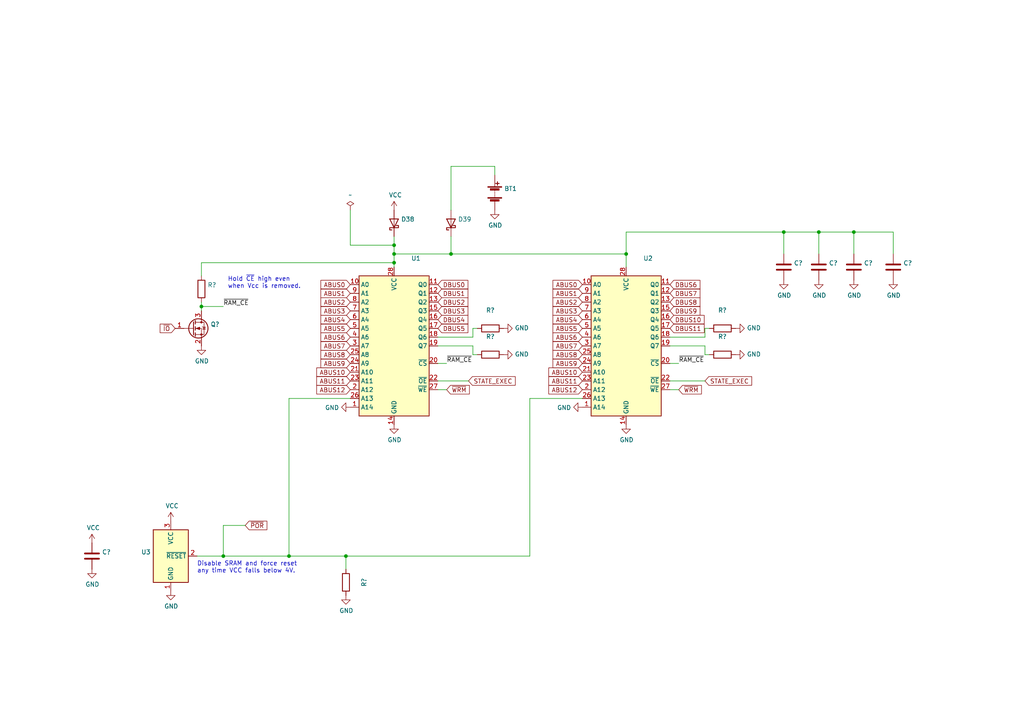
<source format=kicad_sch>
(kicad_sch (version 20211123) (generator eeschema)
  (paper "A4")
  (title_block (title "Q2 Computer") (date "2022-04-16") (rev "4c") (company "joewing.net"))
  (lib_symbols
    (symbol "Device:Battery" (pin_numbers hide) (pin_names (offset 0) hide)
      (property "Reference" "BT" (at 2.54 2.54 0))
      (property "Value" "Battery" (at 2.54 0 0))
      (symbol "Battery_0_1"
        (rectangle (start -2.032 -1.397) (end 2.032 -1.651) (fill (type outline)))
        (rectangle (start -2.032 1.778) (end 2.032 1.524) (fill (type outline)))
        (rectangle (start -1.3208 -1.9812) (end 1.27 -2.4892) (fill (type outline)))
        (rectangle (start -1.3208 1.1938) (end 1.27 0.6858) (fill (type outline)))
        (polyline (pts (xy 0 -1.524) (xy 0 -1.27)))
        (polyline (pts (xy 0 -1.016) (xy 0 -0.762)))
        (polyline (pts (xy 0 -0.508) (xy 0 -0.254)))
        (polyline (pts (xy 0 0) (xy 0 0.254)))
        (polyline (pts (xy 0 0.508) (xy 0 0.762)))
        (polyline (pts (xy 0 1.778) (xy 0 2.54)))
        (polyline (pts (xy 0.254 2.667) (xy 1.27 2.667)) (stroke (width 0.254)))
        (polyline (pts (xy 0.762 3.175) (xy 0.762 2.159)) (stroke (width 0.254)))
      )
      (symbol "Battery_1_1"
        (pin passive line (at 0 5.08 270) (length 2.54) (name "+") (number "1"))
        (pin passive line (at 0 -5.08 90) (length 2.54) (name "-") (number "2"))
      )
    )
    (symbol "Device:C" (pin_numbers hide) (pin_names (offset 0.254))
      (property "Reference" "C" (at 0.635 2.54 0))
      (property "Value" "C" (at 0.635 -2.54 0))
      (symbol "C_0_1"
        (polyline (pts (xy -2.032 -0.762) (xy 2.032 -0.762)) (stroke (width 0.508)))
        (polyline (pts (xy -2.032 0.762) (xy 2.032 0.762)) (stroke (width 0.508)))
      )
      (symbol "C_1_1"
        (pin passive line (at 0 3.81 270) (length 2.794) (name "~") (number "1"))
        (pin passive line (at 0 -3.81 90) (length 2.794) (name "~") (number "2"))
      )
    )
    (symbol "Device:R" (pin_numbers hide) (pin_names (offset 0))
      (property "Reference" "R" (at 2.032 0 90))
      (property "Value" "R" (at 0 0 90))
      (symbol "R_0_1"
        (rectangle (start -1.016 -2.54) (end 1.016 2.54) (stroke (width 0.254)))
      )
      (symbol "R_1_1"
        (pin passive line (at 0 3.81 270) (length 1.27) (name "~") (number "1"))
        (pin passive line (at 0 -3.81 90) (length 1.27) (name "~") (number "2"))
      )
    )
    (symbol "Diode:BAT43W-V" (pin_numbers hide) (pin_names (offset 1.016) hide)
      (property "Reference" "D" (at 0 2.54 0))
      (property "Value" "BAT43W-V" (at 0 -2.54 0))
      (symbol "BAT43W-V_0_1"
        (polyline (pts (xy 1.27 0) (xy -1.27 0)))
        (polyline (pts (xy 1.27 1.27) (xy 1.27 -1.27) (xy -1.27 0) (xy 1.27 1.27)) (stroke (width 0.254)))
        (polyline (pts (xy -1.905 0.635) (xy -1.905 1.27) (xy -1.27 1.27) (xy -1.27 -1.27) (xy -0.635 -1.27) (xy -0.635 -0.635)) (stroke (width 0.254)))
      )
      (symbol "BAT43W-V_1_1"
        (pin passive line (at -3.81 0 0) (length 2.54) (name "K") (number "1"))
        (pin passive line (at 3.81 0 180) (length 2.54) (name "A") (number "2"))
      )
    )
    (symbol "Memory_RAM:CY62256-70PC"
      (property "Reference" "U" (at -10.16 20.955 0))
      (property "Value" "CY62256-70PC" (at 2.54 20.955 0))
      (symbol "CY62256-70PC_0_0"
        (pin power_in line (at 0 -22.86 90) (length 2.54) (name "GND") (number "14"))
        (pin power_in line (at 0 22.86 270) (length 2.54) (name "VCC") (number "28"))
      )
      (symbol "CY62256-70PC_0_1"
        (rectangle (start -10.16 20.32) (end 10.16 -20.32) (stroke (width 0.254)) (fill (type background)))
      )
      (symbol "CY62256-70PC_1_1"
        (pin input line (at -12.7 -17.78 0) (length 2.54) (name "A14") (number "1"))
        (pin input line (at -12.7 17.78 0) (length 2.54) (name "A0") (number "10"))
        (pin tri_state line (at 12.7 17.78 180) (length 2.54) (name "Q0") (number "11"))
        (pin tri_state line (at 12.7 15.24 180) (length 2.54) (name "Q1") (number "12"))
        (pin tri_state line (at 12.7 12.7 180) (length 2.54) (name "Q2") (number "13"))
        (pin tri_state line (at 12.7 10.16 180) (length 2.54) (name "Q3") (number "15"))
        (pin tri_state line (at 12.7 7.62 180) (length 2.54) (name "Q4") (number "16"))
        (pin tri_state line (at 12.7 5.08 180) (length 2.54) (name "Q5") (number "17"))
        (pin tri_state line (at 12.7 2.54 180) (length 2.54) (name "Q6") (number "18"))
        (pin tri_state line (at 12.7 0 180) (length 2.54) (name "Q7") (number "19"))
        (pin input line (at -12.7 -12.7 0) (length 2.54) (name "A12") (number "2"))
        (pin input line (at 12.7 -5.08 180) (length 2.54) (name "~{CS}") (number "20"))
        (pin input line (at -12.7 -7.62 0) (length 2.54) (name "A10") (number "21"))
        (pin input line (at 12.7 -10.16 180) (length 2.54) (name "~{OE}") (number "22"))
        (pin input line (at -12.7 -10.16 0) (length 2.54) (name "A11") (number "23"))
        (pin input line (at -12.7 -5.08 0) (length 2.54) (name "A9") (number "24"))
        (pin input line (at -12.7 -2.54 0) (length 2.54) (name "A8") (number "25"))
        (pin input line (at -12.7 -15.24 0) (length 2.54) (name "A13") (number "26"))
        (pin input line (at 12.7 -12.7 180) (length 2.54) (name "~{WE}") (number "27"))
        (pin input line (at -12.7 0 0) (length 2.54) (name "A7") (number "3"))
        (pin input line (at -12.7 2.54 0) (length 2.54) (name "A6") (number "4"))
        (pin input line (at -12.7 5.08 0) (length 2.54) (name "A5") (number "5"))
        (pin input line (at -12.7 7.62 0) (length 2.54) (name "A4") (number "6"))
        (pin input line (at -12.7 10.16 0) (length 2.54) (name "A3") (number "7"))
        (pin input line (at -12.7 12.7 0) (length 2.54) (name "A2") (number "8"))
        (pin input line (at -12.7 15.24 0) (length 2.54) (name "A1") (number "9"))
      )
    )
    (symbol "Power_Supervisor:LM809"
      (property "Reference" "U" (at 2.54 12.7 0))
      (property "Value" "LM809" (at 5.08 10.16 0))
      (symbol "LM809_0_1"
        (rectangle (start 5.08 7.62) (end -5.08 -7.62) (stroke (width 0.254)) (fill (type background)))
      )
      (symbol "LM809_1_1"
        (pin power_in line (at 0 -10.16 90) (length 2.54) (name "GND") (number "1"))
        (pin output line (at 7.62 0 180) (length 2.54) (name "~{RESET}") (number "2"))
        (pin power_in line (at 0 10.16 270) (length 2.54) (name "VCC") (number "3"))
      )
    )
    (symbol "Transistor_FET:2N7002" (pin_names hide)
      (property "Reference" "Q" (at 5.08 1.905 0))
      (property "Value" "2N7002" (at 5.08 0 0))
      (symbol "2N7002_0_1"
        (polyline (pts (xy 0.254 0) (xy -2.54 0)))
        (polyline (pts (xy 0.254 1.905) (xy 0.254 -1.905)) (stroke (width 0.254)))
        (polyline (pts (xy 0.762 -1.27) (xy 0.762 -2.286)) (stroke (width 0.254)))
        (polyline (pts (xy 0.762 0.508) (xy 0.762 -0.508)) (stroke (width 0.254)))
        (polyline (pts (xy 0.762 2.286) (xy 0.762 1.27)) (stroke (width 0.254)))
        (polyline (pts (xy 2.54 2.54) (xy 2.54 1.778)))
        (polyline (pts (xy 2.54 -2.54) (xy 2.54 0) (xy 0.762 0)))
        (polyline (pts (xy 0.762 -1.778) (xy 3.302 -1.778) (xy 3.302 1.778) (xy 0.762 1.778)))
        (polyline (pts (xy 1.016 0) (xy 2.032 0.381) (xy 2.032 -0.381) (xy 1.016 0)) (fill (type outline)))
        (polyline (pts (xy 2.794 0.508) (xy 2.921 0.381) (xy 3.683 0.381) (xy 3.81 0.254)))
        (polyline (pts (xy 3.302 0.381) (xy 2.921 -0.254) (xy 3.683 -0.254) (xy 3.302 0.381)))
        (circle (center 1.651 0) (radius 2.794) (stroke (width 0.254)))
        (circle (center 2.54 -1.778) (radius 0.254) (fill (type outline)))
        (circle (center 2.54 1.778) (radius 0.254) (fill (type outline)))
      )
      (symbol "2N7002_1_1"
        (pin input line (at -5.08 0 0) (length 2.54) (name "G") (number "1"))
        (pin passive line (at 2.54 -5.08 90) (length 2.54) (name "S") (number "2"))
        (pin passive line (at 2.54 5.08 270) (length 2.54) (name "D") (number "3"))
      )
    )
    (symbol "power:GND" (power) (pin_names (offset 0))
      (property "Value" "GND" (at 0 -3.81 0))
      (symbol "GND_0_1"
        (polyline (pts (xy 0 0) (xy 0 -1.27) (xy 1.27 -1.27) (xy 0 -2.54) (xy -1.27 -1.27) (xy 0 -1.27)))
      )
      (symbol "GND_1_1"
        (pin power_in line (at 0 0 270) (length 0) hide (name "GND") (number "1"))
      )
    )
    (symbol "power:PWR_FLAG" (power) (pin_numbers hide) (pin_names (offset 0) hide)
      (property "Value" "PWR_FLAG" (at 0 3.81 0))
      (symbol "PWR_FLAG_0_0"
        (pin power_out line (at 0 0 90) (length 0) (name "pwr") (number "1"))
      )
      (symbol "PWR_FLAG_0_1"
        (polyline (pts (xy 0 0) (xy 0 1.27) (xy -1.016 1.905) (xy 0 2.54) (xy 1.016 1.905) (xy 0 1.27)))
      )
    )
    (symbol "power:VCC" (power) (pin_names (offset 0))
      (property "Value" "VCC" (at 0 3.81 0))
      (symbol "VCC_0_1"
        (polyline (pts (xy -0.762 1.27) (xy 0 2.54)))
        (polyline (pts (xy 0 0) (xy 0 2.54)))
        (polyline (pts (xy 0 2.54) (xy 0.762 1.27)))
      )
      (symbol "VCC_1_1"
        (pin power_in line (at 0 0 90) (length 0) hide (name "VCC") (number "1"))
      )
    )
  )
  (junction (at 247.65 67.31))
  (junction (at 130.81 73.66))
  (junction (at 114.3 73.66))
  (junction (at 58.42 88.9))
  (junction (at 100.33 161.29))
  (junction (at 64.77 161.29))
  (junction (at 83.82 161.29))
  (junction (at 237.49 67.31))
  (junction (at 114.3 76.2))
  (junction (at 181.61 73.66))
  (junction (at 114.3 71.12))
  (junction (at 227.33 67.31))
  (wire (pts (xy 101.6 60.96) (xy 101.6 71.12)))
  (wire (pts (xy 127 110.49) (xy 135.89 110.49)))
  (wire (pts (xy 204.47 102.87) (xy 204.47 100.33)))
  (wire (pts (xy 129.54 113.03) (xy 127 113.03)))
  (wire (pts (xy 64.77 88.9) (xy 58.42 88.9)))
  (wire (pts (xy 58.42 88.9) (xy 58.42 90.17)))
  (wire (pts (xy 137.16 100.33) (xy 127 100.33)))
  (wire (pts (xy 127 97.79) (xy 137.16 97.79)))
  (wire (pts (xy 58.42 80.01) (xy 58.42 76.2)))
  (wire (pts (xy 259.08 67.31) (xy 259.08 73.66)))
  (wire (pts (xy 259.08 67.31) (xy 247.65 67.31)))
  (wire (pts (xy 83.82 161.29) (xy 100.33 161.29)))
  (wire (pts (xy 194.31 97.79) (xy 204.47 97.79)))
  (wire (pts (xy 114.3 71.12) (xy 114.3 73.66)))
  (wire (pts (xy 64.77 161.29) (xy 83.82 161.29)))
  (wire (pts (xy 130.81 48.26) (xy 130.81 60.96)))
  (wire (pts (xy 137.16 102.87) (xy 137.16 100.33)))
  (wire (pts (xy 137.16 97.79) (xy 137.16 95.25)))
  (wire (pts (xy 181.61 73.66) (xy 181.61 67.31)))
  (wire (pts (xy 143.51 48.26) (xy 130.81 48.26)))
  (wire (pts (xy 137.16 95.25) (xy 138.43 95.25)))
  (wire (pts (xy 114.3 68.58) (xy 114.3 71.12)))
  (wire (pts (xy 237.49 67.31) (xy 247.65 67.31)))
  (wire (pts (xy 153.67 115.57) (xy 168.91 115.57)))
  (wire (pts (xy 100.33 161.29) (xy 153.67 161.29)))
  (wire (pts (xy 204.47 95.25) (xy 205.74 95.25)))
  (wire (pts (xy 130.81 68.58) (xy 130.81 73.66)))
  (wire (pts (xy 181.61 73.66) (xy 130.81 73.66)))
  (wire (pts (xy 227.33 67.31) (xy 237.49 67.31)))
  (wire (pts (xy 114.3 73.66) (xy 114.3 76.2)))
  (wire (pts (xy 83.82 115.57) (xy 101.6 115.57)))
  (wire (pts (xy 100.33 165.1) (xy 100.33 161.29)))
  (wire (pts (xy 204.47 100.33) (xy 194.31 100.33)))
  (wire (pts (xy 181.61 77.47) (xy 181.61 73.66)))
  (wire (pts (xy 153.67 161.29) (xy 153.67 115.57)))
  (wire (pts (xy 196.85 113.03) (xy 194.31 113.03)))
  (wire (pts (xy 129.54 105.41) (xy 127 105.41)))
  (wire (pts (xy 205.74 102.87) (xy 204.47 102.87)))
  (wire (pts (xy 71.12 152.4) (xy 64.77 152.4)))
  (wire (pts (xy 227.33 67.31) (xy 227.33 73.66)))
  (wire (pts (xy 143.51 50.8) (xy 143.51 48.26)))
  (wire (pts (xy 83.82 161.29) (xy 83.82 115.57)))
  (wire (pts (xy 58.42 87.63) (xy 58.42 88.9)))
  (wire (pts (xy 204.47 97.79) (xy 204.47 95.25)))
  (wire (pts (xy 138.43 102.87) (xy 137.16 102.87)))
  (wire (pts (xy 194.31 110.49) (xy 204.47 110.49)))
  (wire (pts (xy 101.6 71.12) (xy 114.3 71.12)))
  (wire (pts (xy 64.77 152.4) (xy 64.77 161.29)))
  (wire (pts (xy 114.3 76.2) (xy 114.3 77.47)))
  (wire (pts (xy 196.85 105.41) (xy 194.31 105.41)))
  (wire (pts (xy 181.61 67.31) (xy 227.33 67.31)))
  (wire (pts (xy 237.49 73.66) (xy 237.49 67.31)))
  (wire (pts (xy 247.65 67.31) (xy 247.65 73.66)))
  (wire (pts (xy 130.81 73.66) (xy 114.3 73.66)))
  (wire (pts (xy 57.15 161.29) (xy 64.77 161.29)))
  (wire (pts (xy 58.42 76.2) (xy 114.3 76.2)))
  (text "Disable SRAM and force reset\nany time VCC falls below 4V." (at 57.15 166.37 0) (effects (font (size 1.27 1.27)) (justify left bottom)))
  (text "Hold ~{CE} high even\nwhen Vcc is removed." (at 66.04 83.82 0) (effects (font (size 1.27 1.27)) (justify left bottom)))
  (label "~{RAM_CE}" (at 64.77 88.9 0))
  (label "~{RAM_CE}" (at 196.85 105.41 0))
  (label "~{RAM_CE}" (at 129.54 105.41 0))
  (global_label "ABUS1" (shape input) (at 101.6 85.09 180) (property "Intersheet References" "${INTERSHEET_REFS}" (effects hide)))
  (global_label "ABUS11" (shape input) (at 101.6 110.49 180) (property "Intersheet References" "${INTERSHEET_REFS}" (effects hide)))
  (global_label "DBUS2" (shape input) (at 127 87.63 0) (property "Intersheet References" "${INTERSHEET_REFS}" (effects hide)))
  (global_label "STATE_EXEC" (shape input) (at 135.89 110.49 0) (property "Intersheet References" "${INTERSHEET_REFS}" (effects hide)))
  (global_label "ABUS3" (shape input) (at 168.91 90.17 180) (property "Intersheet References" "${INTERSHEET_REFS}" (effects hide)))
  (global_label "DBUS7" (shape input) (at 194.31 85.09 0) (property "Intersheet References" "${INTERSHEET_REFS}" (effects hide)))
  (global_label "ABUS5" (shape input) (at 168.91 95.25 180) (property "Intersheet References" "${INTERSHEET_REFS}" (effects hide)))
  (global_label "~{POR}" (shape input) (at 71.12 152.4 0) (property "Intersheet References" "${INTERSHEET_REFS}" (effects hide)))
  (global_label "DBUS6" (shape input) (at 194.31 82.55 0) (property "Intersheet References" "${INTERSHEET_REFS}" (effects hide)))
  (global_label "ABUS4" (shape input) (at 101.6 92.71 180) (property "Intersheet References" "${INTERSHEET_REFS}" (effects hide)))
  (global_label "~{IO}" (shape input) (at 50.8 95.25 180) (property "Intersheet References" "${INTERSHEET_REFS}" (effects hide)))
  (global_label "ABUS7" (shape input) (at 168.91 100.33 180) (property "Intersheet References" "${INTERSHEET_REFS}" (effects hide)))
  (global_label "~{WRM}" (shape input) (at 129.54 113.03 0) (property "Intersheet References" "${INTERSHEET_REFS}" (effects hide)))
  (global_label "~{WRM}" (shape input) (at 196.85 113.03 0) (property "Intersheet References" "${INTERSHEET_REFS}" (effects hide)))
  (global_label "ABUS6" (shape input) (at 101.6 97.79 180) (property "Intersheet References" "${INTERSHEET_REFS}" (effects hide)))
  (global_label "STATE_EXEC" (shape input) (at 204.47 110.49 0) (property "Intersheet References" "${INTERSHEET_REFS}" (effects hide)))
  (global_label "DBUS1" (shape input) (at 127 85.09 0) (property "Intersheet References" "${INTERSHEET_REFS}" (effects hide)))
  (global_label "ABUS10" (shape input) (at 101.6 107.95 180) (property "Intersheet References" "${INTERSHEET_REFS}" (effects hide)))
  (global_label "ABUS10" (shape input) (at 168.91 107.95 180) (property "Intersheet References" "${INTERSHEET_REFS}" (effects hide)))
  (global_label "DBUS3" (shape input) (at 127 90.17 0) (property "Intersheet References" "${INTERSHEET_REFS}" (effects hide)))
  (global_label "ABUS3" (shape input) (at 101.6 90.17 180) (property "Intersheet References" "${INTERSHEET_REFS}" (effects hide)))
  (global_label "ABUS9" (shape input) (at 168.91 105.41 180) (property "Intersheet References" "${INTERSHEET_REFS}" (effects hide)))
  (global_label "DBUS8" (shape input) (at 194.31 87.63 0) (property "Intersheet References" "${INTERSHEET_REFS}" (effects hide)))
  (global_label "DBUS0" (shape input) (at 127 82.55 0) (property "Intersheet References" "${INTERSHEET_REFS}" (effects hide)))
  (global_label "ABUS2" (shape input) (at 168.91 87.63 180) (property "Intersheet References" "${INTERSHEET_REFS}" (effects hide)))
  (global_label "ABUS1" (shape input) (at 168.91 85.09 180) (property "Intersheet References" "${INTERSHEET_REFS}" (effects hide)))
  (global_label "ABUS6" (shape input) (at 168.91 97.79 180) (property "Intersheet References" "${INTERSHEET_REFS}" (effects hide)))
  (global_label "ABUS8" (shape input) (at 168.91 102.87 180) (property "Intersheet References" "${INTERSHEET_REFS}" (effects hide)))
  (global_label "DBUS11" (shape input) (at 194.31 95.25 0) (property "Intersheet References" "${INTERSHEET_REFS}" (effects hide)))
  (global_label "ABUS0" (shape input) (at 168.91 82.55 180) (property "Intersheet References" "${INTERSHEET_REFS}" (effects hide)))
  (global_label "DBUS9" (shape input) (at 194.31 90.17 0) (property "Intersheet References" "${INTERSHEET_REFS}" (effects hide)))
  (global_label "ABUS8" (shape input) (at 101.6 102.87 180) (property "Intersheet References" "${INTERSHEET_REFS}" (effects hide)))
  (global_label "ABUS11" (shape input) (at 168.91 110.49 180) (property "Intersheet References" "${INTERSHEET_REFS}" (effects hide)))
  (global_label "ABUS7" (shape input) (at 101.6 100.33 180) (property "Intersheet References" "${INTERSHEET_REFS}" (effects hide)))
  (global_label "ABUS2" (shape input) (at 101.6 87.63 180) (property "Intersheet References" "${INTERSHEET_REFS}" (effects hide)))
  (global_label "DBUS4" (shape input) (at 127 92.71 0) (property "Intersheet References" "${INTERSHEET_REFS}" (effects hide)))
  (global_label "DBUS5" (shape input) (at 127 95.25 0) (property "Intersheet References" "${INTERSHEET_REFS}" (effects hide)))
  (global_label "ABUS12" (shape input) (at 168.91 113.03 180) (property "Intersheet References" "${INTERSHEET_REFS}" (effects hide)))
  (global_label "ABUS0" (shape input) (at 101.6 82.55 180) (property "Intersheet References" "${INTERSHEET_REFS}" (effects hide)))
  (global_label "ABUS5" (shape input) (at 101.6 95.25 180) (property "Intersheet References" "${INTERSHEET_REFS}" (effects hide)))
  (global_label "ABUS9" (shape input) (at 101.6 105.41 180) (property "Intersheet References" "${INTERSHEET_REFS}" (effects hide)))
  (global_label "DBUS10" (shape input) (at 194.31 92.71 0) (property "Intersheet References" "${INTERSHEET_REFS}" (effects hide)))
  (global_label "ABUS4" (shape input) (at 168.91 92.71 180) (property "Intersheet References" "${INTERSHEET_REFS}" (effects hide)))
  (global_label "ABUS12" (shape input) (at 101.6 113.03 180) (property "Intersheet References" "${INTERSHEET_REFS}" (effects hide)))
  (symbol (lib_id "Memory_RAM:CY62256-70PC") (at 114.3 100.33 0) (unit 1)
    (property "Reference" "U1" (at 120.65 74.93 0))
    (property "LCSC" "C261872" (effects hide))
    (property "Manufacturer" "Lyontek Inc." (effects hide))
    (property "Part Number" "LY6264SL-70LLI" (effects hide))
    (property "Package" "SOP-28_330mil" (effects hide))
    (property "Type" "SMD" (effects hide))
  )
  (symbol (lib_id "power:GND") (at 114.3 123.19 0) (unit 1)
    (property "Reference" "#PWR0504" (effects hide))
  )
  (symbol (lib_id "Diode:BAT43W-V") (at 114.3 64.77 90) (unit 1)
    (property "Reference" "D38" (at 116.332 63.6016 90) (effects (justify right)))
    (property "LCSC" "C19167" (effects hide))
    (property "Manufacturer" "Changjiang Electronics Tech (CJ)" (effects hide))
    (property "Part Number" "BAT43W" (effects hide))
    (property "Package" "SOD-123" (effects hide))
    (property "Type" "SMD" (effects hide))
  )
  (symbol (lib_id "power:PWR_FLAG") (at 101.6 60.96 0) (unit 1)
    (property "Reference" "#FLG01" (effects hide))
  )
  (symbol (lib_id "Transistor_FET:2N7002") (at 55.88 95.25 0) (unit 1)
    (property "Reference" "Q?" (at 61.0616 94.0816 0) (effects (justify left)))
    (property "LCSC" "C181083" (effects hide))
    (property "Manufacturer" "Guangdong Hottech" (effects hide))
    (property "Part Number" "2N7002" (effects hide))
    (property "Package" "SOT-23" (effects hide))
    (property "Type" "SMD" (effects hide))
  )
  (symbol (lib_id "power:VCC") (at 114.3 60.96 0) (unit 1)
    (property "Reference" "#PWR0492" (effects hide))
  )
  (symbol (lib_id "Device:R") (at 142.24 95.25 270) (unit 1)
    (property "Reference" "R?" (at 142.24 89.9922 90))
    (property "LCSC" "C25803" (effects hide))
    (property "Manufacturer" "UNI-ROYAL(Uniroyal Elec)" (effects hide))
    (property "Part Number" "0603WAF1003T5E" (effects hide))
    (property "Package" "0603" (effects hide))
    (property "Type" "SMD" (effects hide))
  )
  (symbol (lib_id "Device:R") (at 142.24 102.87 270) (unit 1)
    (property "Reference" "R?" (at 142.24 97.6122 90))
    (property "LCSC" "C25803" (effects hide))
    (property "Manufacturer" "UNI-ROYAL(Uniroyal Elec)" (effects hide))
    (property "Part Number" "0603WAF1003T5E" (effects hide))
    (property "Package" "0603" (effects hide))
    (property "Type" "SMD" (effects hide))
  )
  (symbol (lib_id "power:GND") (at 146.05 95.25 90) (unit 1)
    (property "Reference" "#PWR0497" (effects hide))
  )
  (symbol (lib_id "power:GND") (at 146.05 102.87 90) (unit 1)
    (property "Reference" "#PWR0500" (effects hide))
  )
  (symbol (lib_id "power:GND") (at 101.6 118.11 270) (unit 1)
    (property "Reference" "#PWR0502" (effects hide))
  )
  (symbol (lib_id "power:VCC") (at 49.53 151.13 0) (unit 1)
    (property "Reference" "#PWR0506" (effects hide))
  )
  (symbol (lib_id "power:GND") (at 49.53 171.45 0) (unit 1)
    (property "Reference" "#PWR0508" (effects hide))
  )
  (symbol (lib_id "Memory_RAM:CY62256-70PC") (at 181.61 100.33 0) (unit 1)
    (property "Reference" "U2" (at 187.96 74.93 0))
    (property "LCSC" "C261872" (effects hide))
    (property "Manufacturer" "Lyontek Inc." (effects hide))
    (property "Part Number" "LY6264SL-70LLI" (effects hide))
    (property "Package" "SOP-28_330mil" (effects hide))
    (property "Type" "SMD" (effects hide))
  )
  (symbol (lib_id "power:GND") (at 181.61 123.19 0) (unit 1)
    (property "Reference" "#PWR0505" (effects hide))
  )
  (symbol (lib_id "Device:R") (at 209.55 95.25 270) (unit 1)
    (property "Reference" "R?" (at 209.55 89.9922 90))
    (property "LCSC" "C25803" (effects hide))
    (property "Manufacturer" "UNI-ROYAL(Uniroyal Elec)" (effects hide))
    (property "Part Number" "0603WAF1003T5E" (effects hide))
    (property "Package" "0603" (effects hide))
    (property "Type" "SMD" (effects hide))
  )
  (symbol (lib_id "Device:R") (at 209.55 102.87 270) (unit 1)
    (property "Reference" "R?" (at 209.55 97.6122 90))
    (property "LCSC" "C25803" (effects hide))
    (property "Manufacturer" "UNI-ROYAL(Uniroyal Elec)" (effects hide))
    (property "Part Number" "0603WAF1003T5E" (effects hide))
    (property "Package" "0603" (effects hide))
    (property "Type" "SMD" (effects hide))
  )
  (symbol (lib_id "power:GND") (at 213.36 95.25 90) (unit 1)
    (property "Reference" "#PWR0498" (effects hide))
  )
  (symbol (lib_id "power:GND") (at 213.36 102.87 90) (unit 1)
    (property "Reference" "#PWR0501" (effects hide))
  )
  (symbol (lib_id "power:GND") (at 168.91 118.11 270) (unit 1)
    (property "Reference" "#PWR0503" (effects hide))
  )
  (symbol (lib_id "Device:Battery") (at 143.51 55.88 0) (unit 1)
    (property "Reference" "BT1" (at 146.2532 54.7116 0) (effects (justify left)))
    (property "LCSC" "C964746" (effects hide))
    (property "Type" "PTH" (effects hide))
  )
  (symbol (lib_id "power:GND") (at 143.51 60.96 0) (unit 1)
    (property "Reference" "#PWR0493" (effects hide))
  )
  (symbol (lib_id "Diode:BAT43W-V") (at 130.81 64.77 90) (unit 1)
    (property "Reference" "D39" (at 132.842 63.6016 90) (effects (justify right)))
    (property "LCSC" "C19167" (effects hide))
    (property "Manufacturer" "Changjiang Electronics Tech (CJ)" (effects hide))
    (property "Part Number" "BAT43W" (effects hide))
    (property "Package" "SOD-123" (effects hide))
    (property "Type" "SMD" (effects hide))
  )
  (symbol (lib_id "Device:C") (at 227.33 77.47 180) (unit 1)
    (property "Reference" "C?" (at 230.251 76.3016 0) (effects (justify right)))
    (property "LCSC" "C49678" (effects hide))
    (property "Manufacturer" "YAGEO" (effects hide))
    (property "Part Number" "CC0805KRX7R9BB104" (effects hide))
    (property "Package" "0805" (effects hide))
    (property "Type" "SMD" (effects hide))
  )
  (symbol (lib_id "power:GND") (at 227.33 81.28 0) (unit 1)
    (property "Reference" "#PWR0494" (effects hide))
  )
  (symbol (lib_id "Device:C") (at 237.49 77.47 180) (unit 1)
    (property "Reference" "C?" (at 240.411 76.3016 0) (effects (justify right)))
    (property "LCSC" "C49678" (effects hide))
    (property "Manufacturer" "YAGEO" (effects hide))
    (property "Part Number" "CC0805KRX7R9BB104" (effects hide))
    (property "Package" "0805" (effects hide))
    (property "Type" "SMD" (effects hide))
  )
  (symbol (lib_id "power:GND") (at 237.49 81.28 0) (unit 1)
    (property "Reference" "#PWR0495" (effects hide))
  )
  (symbol (lib_id "Device:C") (at 247.65 77.47 180) (unit 1)
    (property "Reference" "C?" (at 250.571 76.3016 0) (effects (justify right)))
    (property "LCSC" "C28323" (effects hide))
    (property "Manufacturer" "Samsung Electro-Mechanics" (effects hide))
    (property "Part Number" "CL21B105KBFNNNE" (effects hide))
    (property "Package" "0805" (effects hide))
    (property "Type" "SMD" (effects hide))
  )
  (symbol (lib_id "power:GND") (at 247.65 81.28 0) (unit 1)
    (property "Reference" "#PWR0496" (effects hide))
  )
  (symbol (lib_id "Power_Supervisor:LM809") (at 49.53 161.29 0) (unit 1)
    (property "Reference" "U3" (at 43.7134 160.1216 0) (effects (justify right)))
    (property "Datasheet" "http://www.ti.com/lit/ds/symlink/lm809.pdf" (effects hide))
    (property "LCSC" "C328025" (effects hide))
    (property "Manufacturer" "onsemi" (effects hide))
    (property "Package" "SOT-23" (effects hide))
    (property "Part Number" "CAT809JTBI-GT3" (effects hide))
    (property "Type" "SMD" (effects hide))
  )
  (symbol (lib_id "Device:R") (at 58.42 83.82 0) (unit 1)
    (property "Reference" "R?" (at 60.198 82.6516 0) (effects (justify left)))
    (property "LCSC" "C25804" (effects hide))
    (property "Manufacturer" "UNI-ROYAL(Uniroyal Elec)" (effects hide))
    (property "Part Number" "0603WAF1002T5E" (effects hide))
    (property "Package" "0603" (effects hide))
    (property "Type" "SMD" (effects hide))
  )
  (symbol (lib_id "power:GND") (at 58.42 100.33 0) (unit 1)
    (property "Reference" "#PWR?" (effects hide))
  )
  (symbol (lib_id "Device:R") (at 100.33 168.91 180) (unit 1)
    (property "Reference" "R?" (at 105.5878 168.91 90))
    (property "LCSC" "C25803" (effects hide))
    (property "Manufacturer" "UNI-ROYAL(Uniroyal Elec)" (effects hide))
    (property "Part Number" "0603WAF1003T5E" (effects hide))
    (property "Package" "0603" (effects hide))
    (property "Type" "SMD" (effects hide))
  )
  (symbol (lib_id "power:GND") (at 100.33 172.72 0) (unit 1)
    (property "Reference" "#PWR0507" (effects hide))
  )
  (symbol (lib_id "Device:C") (at 26.67 161.29 180) (unit 1)
    (property "Reference" "C?" (at 29.591 160.1216 0) (effects (justify right)))
    (property "LCSC" "C49678" (effects hide))
    (property "Manufacturer" "YAGEO" (effects hide))
    (property "Part Number" "CC0805KRX7R9BB104" (effects hide))
    (property "Package" "0805" (effects hide))
    (property "Type" "SMD" (effects hide))
  )
  (symbol (lib_id "power:VCC") (at 26.67 157.48 0) (unit 1)
    (property "Reference" "#PWR0572" (effects hide))
  )
  (symbol (lib_id "power:GND") (at 26.67 165.1 0) (unit 1)
    (property "Reference" "#PWR0919" (effects hide))
  )
  (symbol (lib_id "power:GND") (at 259.08 81.28 0) (unit 1)
    (property "Reference" "#PWR0952" (effects hide))
  )
  (symbol (lib_id "Device:C") (at 259.08 77.47 180) (unit 1)
    (property "Reference" "C?" (at 262.001 76.3016 0) (effects (justify right)))
    (property "LCSC" "C49678" (effects hide))
    (property "Manufacturer" "YAGEO" (effects hide))
    (property "Part Number" "CC0805KRX7R9BB104" (effects hide))
    (property "Package" "0805" (effects hide))
    (property "Type" "SMD" (effects hide))
  )
)
</source>
